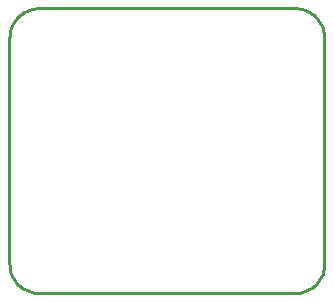
<source format=gbr>
G04 EAGLE Gerber RS-274X export*
G75*
%MOMM*%
%FSLAX34Y34*%
%LPD*%
%IN*%
%IPPOS*%
%AMOC8*
5,1,8,0,0,1.08239X$1,22.5*%
G01*
%ADD10C,0.254000*%


D10*
X0Y25400D02*
X97Y23186D01*
X386Y20989D01*
X865Y18826D01*
X1532Y16713D01*
X2380Y14666D01*
X3403Y12700D01*
X4594Y10831D01*
X5942Y9073D01*
X7440Y7440D01*
X9073Y5942D01*
X10831Y4594D01*
X12700Y3403D01*
X14666Y2380D01*
X16713Y1532D01*
X18826Y865D01*
X20989Y386D01*
X23186Y97D01*
X25400Y0D01*
X241300Y0D01*
X243514Y97D01*
X245711Y386D01*
X247874Y865D01*
X249987Y1532D01*
X252035Y2380D01*
X254000Y3403D01*
X255869Y4594D01*
X257627Y5942D01*
X259261Y7440D01*
X260758Y9073D01*
X262106Y10831D01*
X263297Y12700D01*
X264320Y14666D01*
X265168Y16713D01*
X265835Y18826D01*
X266314Y20989D01*
X266603Y23186D01*
X266700Y25400D01*
X266700Y215900D01*
X266603Y218114D01*
X266314Y220311D01*
X265835Y222474D01*
X265168Y224587D01*
X264320Y226635D01*
X263297Y228600D01*
X262106Y230469D01*
X260758Y232227D01*
X259261Y233861D01*
X257627Y235358D01*
X255869Y236706D01*
X254000Y237897D01*
X252035Y238920D01*
X249987Y239768D01*
X247874Y240435D01*
X245711Y240914D01*
X243514Y241203D01*
X241300Y241300D01*
X25400Y241300D01*
X23186Y241203D01*
X20989Y240914D01*
X18826Y240435D01*
X16713Y239768D01*
X14666Y238920D01*
X12700Y237897D01*
X10831Y236706D01*
X9073Y235358D01*
X7440Y233861D01*
X5942Y232227D01*
X4594Y230469D01*
X3403Y228600D01*
X2380Y226635D01*
X1532Y224587D01*
X865Y222474D01*
X386Y220311D01*
X97Y218114D01*
X0Y215900D01*
X0Y25400D01*
M02*

</source>
